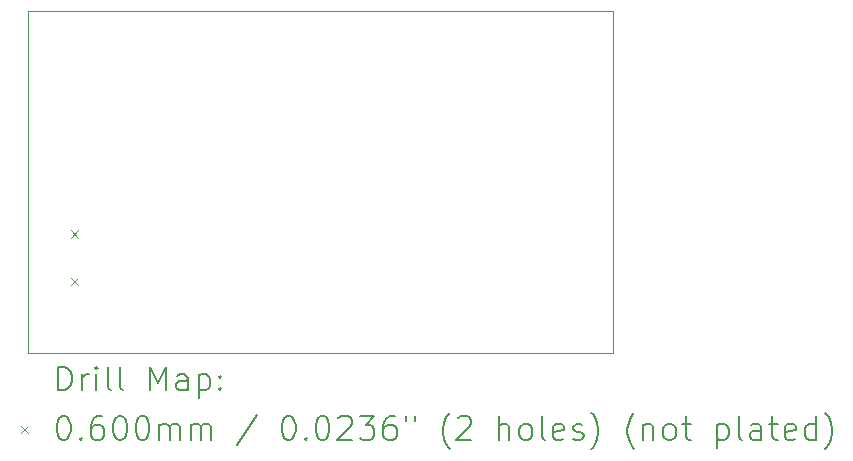
<source format=gbr>
%FSLAX45Y45*%
G04 Gerber Fmt 4.5, Leading zero omitted, Abs format (unit mm)*
G04 Created by KiCad (PCBNEW (6.0.1)) date 2022-05-20 20:33:34*
%MOMM*%
%LPD*%
G01*
G04 APERTURE LIST*
%TA.AperFunction,Profile*%
%ADD10C,0.050000*%
%TD*%
%ADD11C,0.200000*%
%ADD12C,0.060000*%
G04 APERTURE END LIST*
D10*
X22900000Y-10390000D02*
X27850000Y-10390000D01*
X27850000Y-10390000D02*
X27850000Y-13290000D01*
X22900000Y-13290000D02*
X22900000Y-10390000D01*
X27850000Y-13290000D02*
X22900000Y-13290000D01*
D11*
D12*
X23265000Y-12250000D02*
X23325000Y-12310000D01*
X23325000Y-12250000D02*
X23265000Y-12310000D01*
X23265000Y-12650000D02*
X23325000Y-12710000D01*
X23325000Y-12650000D02*
X23265000Y-12710000D01*
D11*
X23155119Y-13602976D02*
X23155119Y-13402976D01*
X23202738Y-13402976D01*
X23231309Y-13412500D01*
X23250357Y-13431548D01*
X23259881Y-13450595D01*
X23269405Y-13488690D01*
X23269405Y-13517262D01*
X23259881Y-13555357D01*
X23250357Y-13574405D01*
X23231309Y-13593452D01*
X23202738Y-13602976D01*
X23155119Y-13602976D01*
X23355119Y-13602976D02*
X23355119Y-13469643D01*
X23355119Y-13507738D02*
X23364643Y-13488690D01*
X23374167Y-13479167D01*
X23393214Y-13469643D01*
X23412262Y-13469643D01*
X23478928Y-13602976D02*
X23478928Y-13469643D01*
X23478928Y-13402976D02*
X23469405Y-13412500D01*
X23478928Y-13422024D01*
X23488452Y-13412500D01*
X23478928Y-13402976D01*
X23478928Y-13422024D01*
X23602738Y-13602976D02*
X23583690Y-13593452D01*
X23574167Y-13574405D01*
X23574167Y-13402976D01*
X23707500Y-13602976D02*
X23688452Y-13593452D01*
X23678928Y-13574405D01*
X23678928Y-13402976D01*
X23936071Y-13602976D02*
X23936071Y-13402976D01*
X24002738Y-13545833D01*
X24069405Y-13402976D01*
X24069405Y-13602976D01*
X24250357Y-13602976D02*
X24250357Y-13498214D01*
X24240833Y-13479167D01*
X24221786Y-13469643D01*
X24183690Y-13469643D01*
X24164643Y-13479167D01*
X24250357Y-13593452D02*
X24231309Y-13602976D01*
X24183690Y-13602976D01*
X24164643Y-13593452D01*
X24155119Y-13574405D01*
X24155119Y-13555357D01*
X24164643Y-13536309D01*
X24183690Y-13526786D01*
X24231309Y-13526786D01*
X24250357Y-13517262D01*
X24345595Y-13469643D02*
X24345595Y-13669643D01*
X24345595Y-13479167D02*
X24364643Y-13469643D01*
X24402738Y-13469643D01*
X24421786Y-13479167D01*
X24431309Y-13488690D01*
X24440833Y-13507738D01*
X24440833Y-13564881D01*
X24431309Y-13583928D01*
X24421786Y-13593452D01*
X24402738Y-13602976D01*
X24364643Y-13602976D01*
X24345595Y-13593452D01*
X24526548Y-13583928D02*
X24536071Y-13593452D01*
X24526548Y-13602976D01*
X24517024Y-13593452D01*
X24526548Y-13583928D01*
X24526548Y-13602976D01*
X24526548Y-13479167D02*
X24536071Y-13488690D01*
X24526548Y-13498214D01*
X24517024Y-13488690D01*
X24526548Y-13479167D01*
X24526548Y-13498214D01*
D12*
X22837500Y-13902500D02*
X22897500Y-13962500D01*
X22897500Y-13902500D02*
X22837500Y-13962500D01*
D11*
X23193214Y-13822976D02*
X23212262Y-13822976D01*
X23231309Y-13832500D01*
X23240833Y-13842024D01*
X23250357Y-13861071D01*
X23259881Y-13899167D01*
X23259881Y-13946786D01*
X23250357Y-13984881D01*
X23240833Y-14003928D01*
X23231309Y-14013452D01*
X23212262Y-14022976D01*
X23193214Y-14022976D01*
X23174167Y-14013452D01*
X23164643Y-14003928D01*
X23155119Y-13984881D01*
X23145595Y-13946786D01*
X23145595Y-13899167D01*
X23155119Y-13861071D01*
X23164643Y-13842024D01*
X23174167Y-13832500D01*
X23193214Y-13822976D01*
X23345595Y-14003928D02*
X23355119Y-14013452D01*
X23345595Y-14022976D01*
X23336071Y-14013452D01*
X23345595Y-14003928D01*
X23345595Y-14022976D01*
X23526548Y-13822976D02*
X23488452Y-13822976D01*
X23469405Y-13832500D01*
X23459881Y-13842024D01*
X23440833Y-13870595D01*
X23431309Y-13908690D01*
X23431309Y-13984881D01*
X23440833Y-14003928D01*
X23450357Y-14013452D01*
X23469405Y-14022976D01*
X23507500Y-14022976D01*
X23526548Y-14013452D01*
X23536071Y-14003928D01*
X23545595Y-13984881D01*
X23545595Y-13937262D01*
X23536071Y-13918214D01*
X23526548Y-13908690D01*
X23507500Y-13899167D01*
X23469405Y-13899167D01*
X23450357Y-13908690D01*
X23440833Y-13918214D01*
X23431309Y-13937262D01*
X23669405Y-13822976D02*
X23688452Y-13822976D01*
X23707500Y-13832500D01*
X23717024Y-13842024D01*
X23726548Y-13861071D01*
X23736071Y-13899167D01*
X23736071Y-13946786D01*
X23726548Y-13984881D01*
X23717024Y-14003928D01*
X23707500Y-14013452D01*
X23688452Y-14022976D01*
X23669405Y-14022976D01*
X23650357Y-14013452D01*
X23640833Y-14003928D01*
X23631309Y-13984881D01*
X23621786Y-13946786D01*
X23621786Y-13899167D01*
X23631309Y-13861071D01*
X23640833Y-13842024D01*
X23650357Y-13832500D01*
X23669405Y-13822976D01*
X23859881Y-13822976D02*
X23878928Y-13822976D01*
X23897976Y-13832500D01*
X23907500Y-13842024D01*
X23917024Y-13861071D01*
X23926548Y-13899167D01*
X23926548Y-13946786D01*
X23917024Y-13984881D01*
X23907500Y-14003928D01*
X23897976Y-14013452D01*
X23878928Y-14022976D01*
X23859881Y-14022976D01*
X23840833Y-14013452D01*
X23831309Y-14003928D01*
X23821786Y-13984881D01*
X23812262Y-13946786D01*
X23812262Y-13899167D01*
X23821786Y-13861071D01*
X23831309Y-13842024D01*
X23840833Y-13832500D01*
X23859881Y-13822976D01*
X24012262Y-14022976D02*
X24012262Y-13889643D01*
X24012262Y-13908690D02*
X24021786Y-13899167D01*
X24040833Y-13889643D01*
X24069405Y-13889643D01*
X24088452Y-13899167D01*
X24097976Y-13918214D01*
X24097976Y-14022976D01*
X24097976Y-13918214D02*
X24107500Y-13899167D01*
X24126548Y-13889643D01*
X24155119Y-13889643D01*
X24174167Y-13899167D01*
X24183690Y-13918214D01*
X24183690Y-14022976D01*
X24278928Y-14022976D02*
X24278928Y-13889643D01*
X24278928Y-13908690D02*
X24288452Y-13899167D01*
X24307500Y-13889643D01*
X24336071Y-13889643D01*
X24355119Y-13899167D01*
X24364643Y-13918214D01*
X24364643Y-14022976D01*
X24364643Y-13918214D02*
X24374167Y-13899167D01*
X24393214Y-13889643D01*
X24421786Y-13889643D01*
X24440833Y-13899167D01*
X24450357Y-13918214D01*
X24450357Y-14022976D01*
X24840833Y-13813452D02*
X24669405Y-14070595D01*
X25097976Y-13822976D02*
X25117024Y-13822976D01*
X25136071Y-13832500D01*
X25145595Y-13842024D01*
X25155119Y-13861071D01*
X25164643Y-13899167D01*
X25164643Y-13946786D01*
X25155119Y-13984881D01*
X25145595Y-14003928D01*
X25136071Y-14013452D01*
X25117024Y-14022976D01*
X25097976Y-14022976D01*
X25078928Y-14013452D01*
X25069405Y-14003928D01*
X25059881Y-13984881D01*
X25050357Y-13946786D01*
X25050357Y-13899167D01*
X25059881Y-13861071D01*
X25069405Y-13842024D01*
X25078928Y-13832500D01*
X25097976Y-13822976D01*
X25250357Y-14003928D02*
X25259881Y-14013452D01*
X25250357Y-14022976D01*
X25240833Y-14013452D01*
X25250357Y-14003928D01*
X25250357Y-14022976D01*
X25383690Y-13822976D02*
X25402738Y-13822976D01*
X25421786Y-13832500D01*
X25431309Y-13842024D01*
X25440833Y-13861071D01*
X25450357Y-13899167D01*
X25450357Y-13946786D01*
X25440833Y-13984881D01*
X25431309Y-14003928D01*
X25421786Y-14013452D01*
X25402738Y-14022976D01*
X25383690Y-14022976D01*
X25364643Y-14013452D01*
X25355119Y-14003928D01*
X25345595Y-13984881D01*
X25336071Y-13946786D01*
X25336071Y-13899167D01*
X25345595Y-13861071D01*
X25355119Y-13842024D01*
X25364643Y-13832500D01*
X25383690Y-13822976D01*
X25526548Y-13842024D02*
X25536071Y-13832500D01*
X25555119Y-13822976D01*
X25602738Y-13822976D01*
X25621786Y-13832500D01*
X25631309Y-13842024D01*
X25640833Y-13861071D01*
X25640833Y-13880119D01*
X25631309Y-13908690D01*
X25517024Y-14022976D01*
X25640833Y-14022976D01*
X25707500Y-13822976D02*
X25831309Y-13822976D01*
X25764643Y-13899167D01*
X25793214Y-13899167D01*
X25812262Y-13908690D01*
X25821786Y-13918214D01*
X25831309Y-13937262D01*
X25831309Y-13984881D01*
X25821786Y-14003928D01*
X25812262Y-14013452D01*
X25793214Y-14022976D01*
X25736071Y-14022976D01*
X25717024Y-14013452D01*
X25707500Y-14003928D01*
X26002738Y-13822976D02*
X25964643Y-13822976D01*
X25945595Y-13832500D01*
X25936071Y-13842024D01*
X25917024Y-13870595D01*
X25907500Y-13908690D01*
X25907500Y-13984881D01*
X25917024Y-14003928D01*
X25926548Y-14013452D01*
X25945595Y-14022976D01*
X25983690Y-14022976D01*
X26002738Y-14013452D01*
X26012262Y-14003928D01*
X26021786Y-13984881D01*
X26021786Y-13937262D01*
X26012262Y-13918214D01*
X26002738Y-13908690D01*
X25983690Y-13899167D01*
X25945595Y-13899167D01*
X25926548Y-13908690D01*
X25917024Y-13918214D01*
X25907500Y-13937262D01*
X26097976Y-13822976D02*
X26097976Y-13861071D01*
X26174167Y-13822976D02*
X26174167Y-13861071D01*
X26469405Y-14099167D02*
X26459881Y-14089643D01*
X26440833Y-14061071D01*
X26431309Y-14042024D01*
X26421786Y-14013452D01*
X26412262Y-13965833D01*
X26412262Y-13927738D01*
X26421786Y-13880119D01*
X26431309Y-13851548D01*
X26440833Y-13832500D01*
X26459881Y-13803928D01*
X26469405Y-13794405D01*
X26536071Y-13842024D02*
X26545595Y-13832500D01*
X26564643Y-13822976D01*
X26612262Y-13822976D01*
X26631309Y-13832500D01*
X26640833Y-13842024D01*
X26650357Y-13861071D01*
X26650357Y-13880119D01*
X26640833Y-13908690D01*
X26526548Y-14022976D01*
X26650357Y-14022976D01*
X26888452Y-14022976D02*
X26888452Y-13822976D01*
X26974167Y-14022976D02*
X26974167Y-13918214D01*
X26964643Y-13899167D01*
X26945595Y-13889643D01*
X26917024Y-13889643D01*
X26897976Y-13899167D01*
X26888452Y-13908690D01*
X27097976Y-14022976D02*
X27078928Y-14013452D01*
X27069405Y-14003928D01*
X27059881Y-13984881D01*
X27059881Y-13927738D01*
X27069405Y-13908690D01*
X27078928Y-13899167D01*
X27097976Y-13889643D01*
X27126548Y-13889643D01*
X27145595Y-13899167D01*
X27155119Y-13908690D01*
X27164643Y-13927738D01*
X27164643Y-13984881D01*
X27155119Y-14003928D01*
X27145595Y-14013452D01*
X27126548Y-14022976D01*
X27097976Y-14022976D01*
X27278928Y-14022976D02*
X27259881Y-14013452D01*
X27250357Y-13994405D01*
X27250357Y-13822976D01*
X27431309Y-14013452D02*
X27412262Y-14022976D01*
X27374167Y-14022976D01*
X27355119Y-14013452D01*
X27345595Y-13994405D01*
X27345595Y-13918214D01*
X27355119Y-13899167D01*
X27374167Y-13889643D01*
X27412262Y-13889643D01*
X27431309Y-13899167D01*
X27440833Y-13918214D01*
X27440833Y-13937262D01*
X27345595Y-13956309D01*
X27517024Y-14013452D02*
X27536071Y-14022976D01*
X27574167Y-14022976D01*
X27593214Y-14013452D01*
X27602738Y-13994405D01*
X27602738Y-13984881D01*
X27593214Y-13965833D01*
X27574167Y-13956309D01*
X27545595Y-13956309D01*
X27526548Y-13946786D01*
X27517024Y-13927738D01*
X27517024Y-13918214D01*
X27526548Y-13899167D01*
X27545595Y-13889643D01*
X27574167Y-13889643D01*
X27593214Y-13899167D01*
X27669405Y-14099167D02*
X27678928Y-14089643D01*
X27697976Y-14061071D01*
X27707500Y-14042024D01*
X27717024Y-14013452D01*
X27726548Y-13965833D01*
X27726548Y-13927738D01*
X27717024Y-13880119D01*
X27707500Y-13851548D01*
X27697976Y-13832500D01*
X27678928Y-13803928D01*
X27669405Y-13794405D01*
X28031309Y-14099167D02*
X28021786Y-14089643D01*
X28002738Y-14061071D01*
X27993214Y-14042024D01*
X27983690Y-14013452D01*
X27974167Y-13965833D01*
X27974167Y-13927738D01*
X27983690Y-13880119D01*
X27993214Y-13851548D01*
X28002738Y-13832500D01*
X28021786Y-13803928D01*
X28031309Y-13794405D01*
X28107500Y-13889643D02*
X28107500Y-14022976D01*
X28107500Y-13908690D02*
X28117024Y-13899167D01*
X28136071Y-13889643D01*
X28164643Y-13889643D01*
X28183690Y-13899167D01*
X28193214Y-13918214D01*
X28193214Y-14022976D01*
X28317024Y-14022976D02*
X28297976Y-14013452D01*
X28288452Y-14003928D01*
X28278928Y-13984881D01*
X28278928Y-13927738D01*
X28288452Y-13908690D01*
X28297976Y-13899167D01*
X28317024Y-13889643D01*
X28345595Y-13889643D01*
X28364643Y-13899167D01*
X28374167Y-13908690D01*
X28383690Y-13927738D01*
X28383690Y-13984881D01*
X28374167Y-14003928D01*
X28364643Y-14013452D01*
X28345595Y-14022976D01*
X28317024Y-14022976D01*
X28440833Y-13889643D02*
X28517024Y-13889643D01*
X28469405Y-13822976D02*
X28469405Y-13994405D01*
X28478928Y-14013452D01*
X28497976Y-14022976D01*
X28517024Y-14022976D01*
X28736071Y-13889643D02*
X28736071Y-14089643D01*
X28736071Y-13899167D02*
X28755119Y-13889643D01*
X28793214Y-13889643D01*
X28812262Y-13899167D01*
X28821786Y-13908690D01*
X28831309Y-13927738D01*
X28831309Y-13984881D01*
X28821786Y-14003928D01*
X28812262Y-14013452D01*
X28793214Y-14022976D01*
X28755119Y-14022976D01*
X28736071Y-14013452D01*
X28945595Y-14022976D02*
X28926548Y-14013452D01*
X28917024Y-13994405D01*
X28917024Y-13822976D01*
X29107500Y-14022976D02*
X29107500Y-13918214D01*
X29097976Y-13899167D01*
X29078928Y-13889643D01*
X29040833Y-13889643D01*
X29021786Y-13899167D01*
X29107500Y-14013452D02*
X29088452Y-14022976D01*
X29040833Y-14022976D01*
X29021786Y-14013452D01*
X29012262Y-13994405D01*
X29012262Y-13975357D01*
X29021786Y-13956309D01*
X29040833Y-13946786D01*
X29088452Y-13946786D01*
X29107500Y-13937262D01*
X29174167Y-13889643D02*
X29250357Y-13889643D01*
X29202738Y-13822976D02*
X29202738Y-13994405D01*
X29212262Y-14013452D01*
X29231309Y-14022976D01*
X29250357Y-14022976D01*
X29393214Y-14013452D02*
X29374167Y-14022976D01*
X29336071Y-14022976D01*
X29317024Y-14013452D01*
X29307500Y-13994405D01*
X29307500Y-13918214D01*
X29317024Y-13899167D01*
X29336071Y-13889643D01*
X29374167Y-13889643D01*
X29393214Y-13899167D01*
X29402738Y-13918214D01*
X29402738Y-13937262D01*
X29307500Y-13956309D01*
X29574167Y-14022976D02*
X29574167Y-13822976D01*
X29574167Y-14013452D02*
X29555119Y-14022976D01*
X29517024Y-14022976D01*
X29497976Y-14013452D01*
X29488452Y-14003928D01*
X29478928Y-13984881D01*
X29478928Y-13927738D01*
X29488452Y-13908690D01*
X29497976Y-13899167D01*
X29517024Y-13889643D01*
X29555119Y-13889643D01*
X29574167Y-13899167D01*
X29650357Y-14099167D02*
X29659881Y-14089643D01*
X29678928Y-14061071D01*
X29688452Y-14042024D01*
X29697976Y-14013452D01*
X29707500Y-13965833D01*
X29707500Y-13927738D01*
X29697976Y-13880119D01*
X29688452Y-13851548D01*
X29678928Y-13832500D01*
X29659881Y-13803928D01*
X29650357Y-13794405D01*
M02*

</source>
